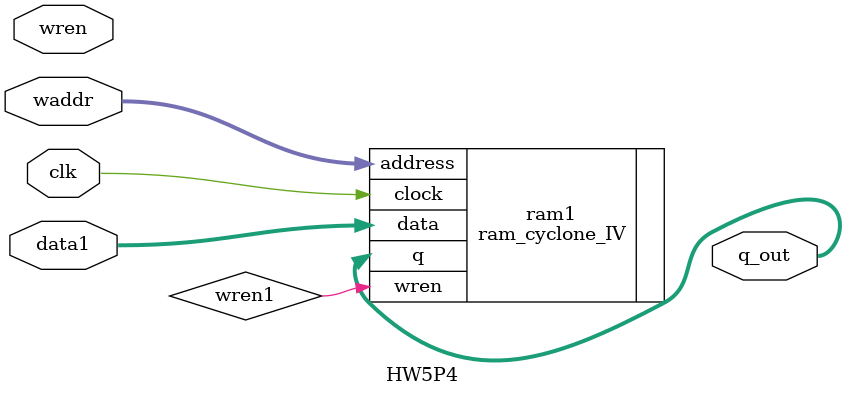
<source format=v>


module HW5P4 
	(
		input wire clk,
		input wire wren,
		input wire [127:0] data1,
		input wire [4:0] waddr,
		output wire	[127:0] q_out
	);

	ram_cyclone_IV ram1(.clock(clk), .wren(wren1), .data(data1), .address(waddr), .q(q_out));

endmodule




</source>
